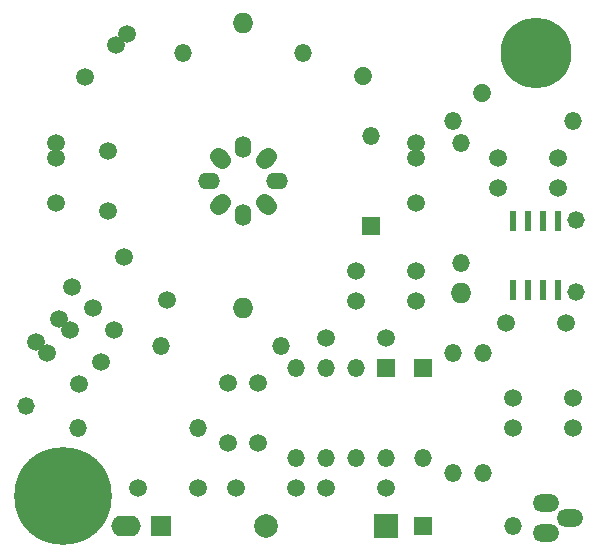
<source format=gts>
G04 (created by PCBNEW (22-Jun-2014 BZR 4027)-stable) date Sat 23 Jun 2018 11:20:16 PM CDT*
%MOIN*%
G04 Gerber Fmt 3.4, Leading zero omitted, Abs format*
%FSLAX34Y34*%
G01*
G70*
G90*
G04 APERTURE LIST*
%ADD10C,0.00590551*%
%ADD11O,0.0885X0.059*%
%ADD12O,0.059X0.059*%
%ADD13R,0.059X0.059*%
%ADD14R,0.069X0.069*%
%ADD15O,0.099X0.069*%
%ADD16C,0.23622*%
%ADD17C,0.059*%
%ADD18O,0.069X0.069*%
%ADD19R,0.079X0.079*%
%ADD20C,0.079*%
%ADD21C,0.325*%
%ADD22R,0.019X0.07*%
%ADD23C,0.059*%
%ADD24O,0.058X0.058*%
%ADD25C,0.056*%
%ADD26O,0.072X0.056*%
%ADD27O,0.056X0.072*%
G04 APERTURE END LIST*
G54D10*
G54D11*
X95852Y-43250D03*
X96647Y-43750D03*
X95852Y-44250D03*
G54D12*
X92750Y-38250D03*
X92750Y-42250D03*
X93750Y-42250D03*
X93750Y-38250D03*
X83000Y-38000D03*
X87000Y-38000D03*
X83750Y-28250D03*
X87750Y-28250D03*
X84250Y-40750D03*
X80250Y-40750D03*
G54D13*
X90500Y-38750D03*
G54D12*
X89500Y-38750D03*
X88500Y-38750D03*
X87500Y-38750D03*
X87500Y-41750D03*
X88500Y-41750D03*
X90500Y-41750D03*
X89500Y-41750D03*
G54D14*
X83000Y-44000D03*
G54D15*
X81850Y-44000D03*
G54D16*
X95500Y-28250D03*
G54D17*
X94750Y-40750D03*
X96750Y-40750D03*
X91500Y-36500D03*
X89500Y-36500D03*
X85250Y-41250D03*
X85250Y-39250D03*
X86250Y-41250D03*
X86250Y-39250D03*
X88500Y-42750D03*
X90500Y-42750D03*
X81792Y-35042D03*
X83207Y-36457D03*
X81250Y-31500D03*
X81250Y-33500D03*
X96750Y-39750D03*
X94750Y-39750D03*
X90500Y-37750D03*
X88500Y-37750D03*
X87500Y-42750D03*
X85500Y-42750D03*
G54D18*
X85750Y-36750D03*
G54D19*
X90500Y-44000D03*
G54D20*
X86500Y-44000D03*
G54D13*
X91750Y-38750D03*
G54D12*
X91750Y-41750D03*
G54D13*
X90000Y-34000D03*
G54D12*
X90000Y-31000D03*
G54D13*
X91750Y-44000D03*
G54D12*
X94750Y-44000D03*
G54D17*
X81883Y-27616D03*
X80469Y-29030D03*
X81530Y-27969D03*
X79500Y-31250D03*
X79500Y-33250D03*
X79500Y-31750D03*
X91500Y-31250D03*
X91500Y-33250D03*
X91500Y-31750D03*
G54D21*
X79750Y-43000D03*
G54D18*
X85750Y-27250D03*
G54D22*
X96250Y-33850D03*
X95750Y-33850D03*
X95250Y-33850D03*
X94750Y-33850D03*
X94750Y-36150D03*
X95250Y-36150D03*
X95750Y-36150D03*
X96250Y-36150D03*
G54D23*
X89750Y-29000D02*
X89750Y-29000D01*
X93711Y-29556D02*
X93711Y-29556D01*
G54D12*
X96750Y-30500D03*
X92750Y-30500D03*
X93000Y-31250D03*
X93000Y-35250D03*
G54D17*
X94250Y-31750D03*
X96250Y-31750D03*
X96250Y-32750D03*
X94250Y-32750D03*
X96500Y-37250D03*
X94500Y-37250D03*
G54D18*
X93000Y-36250D03*
G54D17*
X79616Y-37116D03*
X81030Y-38530D03*
X79969Y-37469D03*
X78866Y-37866D03*
X80280Y-39280D03*
X79219Y-38219D03*
X80042Y-36042D03*
X81457Y-37457D03*
X80750Y-36750D03*
G54D24*
X96850Y-33800D03*
X96850Y-36200D03*
X78500Y-40000D03*
G54D25*
X85042Y-31792D02*
X84929Y-31679D01*
X86570Y-31679D02*
X86457Y-31792D01*
G54D26*
X86890Y-32500D03*
G54D27*
X85750Y-31359D03*
G54D25*
X86570Y-33320D02*
X86457Y-33207D01*
G54D27*
X85750Y-33640D03*
G54D25*
X85042Y-33207D02*
X84929Y-33320D01*
G54D26*
X84609Y-32500D03*
G54D17*
X84250Y-42750D03*
X82250Y-42750D03*
X91500Y-35500D03*
X89500Y-35500D03*
M02*

</source>
